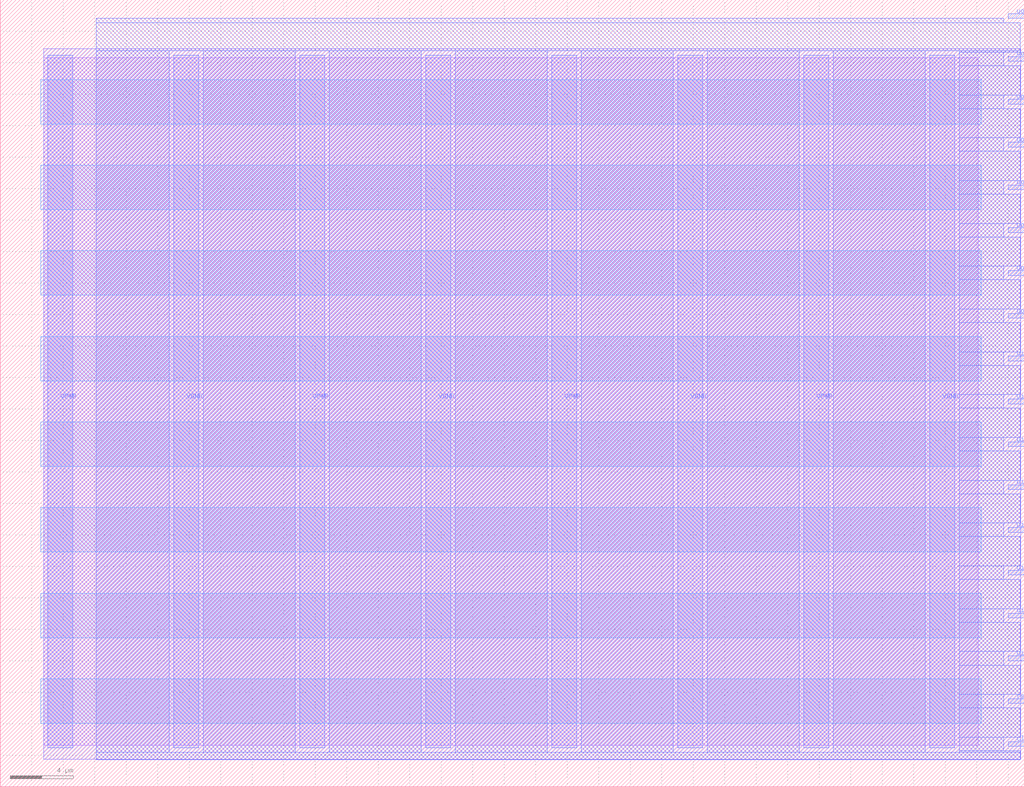
<source format=lef>
VERSION 5.7 ;
  NOWIREEXTENSIONATPIN ON ;
  DIVIDERCHAR "/" ;
  BUSBITCHARS "[]" ;
MACRO tt_um_htfab_micro_maze
  CLASS BLOCK ;
  FOREIGN tt_um_htfab_micro_maze ;
  ORIGIN 0.000 0.000 ;
  SIZE 65.000 BY 50.000 ;
  PIN VGND
    DIRECTION INOUT ;
    USE GROUND ;
    PORT
      LAYER met2 ;
        RECT 11.000 2.480 12.600 46.480 ;
    END
    PORT
      LAYER met2 ;
        RECT 27.000 2.480 28.600 46.480 ;
    END
    PORT
      LAYER met2 ;
        RECT 43.000 2.480 44.600 46.480 ;
    END
    PORT
      LAYER met2 ;
        RECT 59.000 2.480 60.600 46.480 ;
    END
  END VGND
  PIN VPWR
    DIRECTION INOUT ;
    USE POWER ;
    PORT
      LAYER met2 ;
        RECT 3.000 2.480 4.600 46.480 ;
    END
    PORT
      LAYER met2 ;
        RECT 19.000 2.480 20.600 46.480 ;
    END
    PORT
      LAYER met2 ;
        RECT 35.000 2.480 36.600 46.480 ;
    END
    PORT
      LAYER met2 ;
        RECT 51.000 2.480 52.600 46.480 ;
    END
  END VPWR
  PIN clk
    DIRECTION INPUT ;
    USE SIGNAL ;
    ANTENNAGATEAREA 0.852000 ;
    PORT
      LAYER met2 ;
        RECT 64.000 2.570 65.000 2.870 ;
    END
  END clk
  PIN rst_n
    DIRECTION INPUT ;
    USE SIGNAL ;
    ANTENNAGATEAREA 0.196500 ;
    PORT
      LAYER met2 ;
        RECT 64.000 5.290 65.000 5.590 ;
    END
  END rst_n
  PIN ui_in[0]
    DIRECTION INPUT ;
    USE SIGNAL ;
    ANTENNAGATEAREA 0.196500 ;
    PORT
      LAYER met2 ;
        RECT 64.000 8.010 65.000 8.310 ;
    END
  END ui_in[0]
  PIN ui_in[1]
    DIRECTION INPUT ;
    USE SIGNAL ;
    ANTENNAGATEAREA 0.196500 ;
    PORT
      LAYER met2 ;
        RECT 64.000 10.730 65.000 11.030 ;
    END
  END ui_in[1]
  PIN ui_in[2]
    DIRECTION INPUT ;
    USE SIGNAL ;
    ANTENNAGATEAREA 0.196500 ;
    PORT
      LAYER met2 ;
        RECT 64.000 13.450 65.000 13.750 ;
    END
  END ui_in[2]
  PIN ui_in[3]
    DIRECTION INPUT ;
    USE SIGNAL ;
    ANTENNAGATEAREA 0.196500 ;
    PORT
      LAYER met2 ;
        RECT 64.000 16.170 65.000 16.470 ;
    END
  END ui_in[3]
  PIN ui_in[4]
    DIRECTION INPUT ;
    USE SIGNAL ;
    PORT
      LAYER met2 ;
        RECT 64.000 18.890 65.000 19.190 ;
    END
  END ui_in[4]
  PIN ui_in[5]
    DIRECTION INPUT ;
    USE SIGNAL ;
    PORT
      LAYER met2 ;
        RECT 64.000 21.610 65.000 21.910 ;
    END
  END ui_in[5]
  PIN ui_in[6]
    DIRECTION INPUT ;
    USE SIGNAL ;
    PORT
      LAYER met2 ;
        RECT 64.000 24.330 65.000 24.630 ;
    END
  END ui_in[6]
  PIN ui_in[7]
    DIRECTION INPUT ;
    USE SIGNAL ;
    PORT
      LAYER met2 ;
        RECT 64.000 27.050 65.000 27.350 ;
    END
  END ui_in[7]
  PIN uo_out[0]
    DIRECTION OUTPUT ;
    USE SIGNAL ;
    ANTENNADIFFAREA 0.795200 ;
    PORT
      LAYER met2 ;
        RECT 64.000 29.770 65.000 30.070 ;
    END
  END uo_out[0]
  PIN uo_out[1]
    DIRECTION OUTPUT ;
    USE SIGNAL ;
    ANTENNADIFFAREA 0.445500 ;
    PORT
      LAYER met2 ;
        RECT 64.000 32.490 65.000 32.790 ;
    END
  END uo_out[1]
  PIN uo_out[2]
    DIRECTION OUTPUT ;
    USE SIGNAL ;
    ANTENNADIFFAREA 0.445500 ;
    PORT
      LAYER met2 ;
        RECT 64.000 35.210 65.000 35.510 ;
    END
  END uo_out[2]
  PIN uo_out[3]
    DIRECTION OUTPUT ;
    USE SIGNAL ;
    ANTENNADIFFAREA 0.445500 ;
    PORT
      LAYER met2 ;
        RECT 64.000 37.930 65.000 38.230 ;
    END
  END uo_out[3]
  PIN uo_out[4]
    DIRECTION OUTPUT ;
    USE SIGNAL ;
    ANTENNADIFFAREA 0.445500 ;
    PORT
      LAYER met2 ;
        RECT 64.000 40.650 65.000 40.950 ;
    END
  END uo_out[4]
  PIN uo_out[5]
    DIRECTION OUTPUT ;
    USE SIGNAL ;
    ANTENNADIFFAREA 0.445500 ;
    PORT
      LAYER met2 ;
        RECT 64.000 43.370 65.000 43.670 ;
    END
  END uo_out[5]
  PIN uo_out[6]
    DIRECTION OUTPUT ;
    USE SIGNAL ;
    ANTENNADIFFAREA 0.445500 ;
    PORT
      LAYER met2 ;
        RECT 64.000 46.090 65.000 46.390 ;
    END
  END uo_out[6]
  PIN uo_out[7]
    DIRECTION OUTPUT ;
    USE SIGNAL ;
    ANTENNADIFFAREA 0.795200 ;
    PORT
      LAYER met2 ;
        RECT 64.000 48.810 65.000 49.110 ;
    END
  END uo_out[7]
  OBS
      LAYER nwell ;
        RECT 2.570 42.105 62.290 44.935 ;
        RECT 2.570 36.665 62.290 39.495 ;
        RECT 2.570 31.225 62.290 34.055 ;
        RECT 2.570 25.785 62.290 28.615 ;
        RECT 2.570 20.345 62.290 23.175 ;
        RECT 2.570 14.905 62.290 17.735 ;
        RECT 2.570 9.465 62.290 12.295 ;
        RECT 2.570 4.025 62.290 6.855 ;
      LAYER li1 ;
        RECT 2.760 2.635 62.100 46.325 ;
      LAYER met1 ;
        RECT 2.760 1.740 64.790 46.880 ;
      LAYER met2 ;
        RECT 6.080 48.530 63.720 48.810 ;
        RECT 6.080 46.760 64.760 48.530 ;
        RECT 6.080 2.200 10.720 46.760 ;
        RECT 12.880 2.200 18.720 46.760 ;
        RECT 20.880 2.200 26.720 46.760 ;
        RECT 28.880 2.200 34.720 46.760 ;
        RECT 36.880 2.200 42.720 46.760 ;
        RECT 44.880 2.200 50.720 46.760 ;
        RECT 52.880 2.200 58.720 46.760 ;
        RECT 60.880 46.670 64.760 46.760 ;
        RECT 60.880 45.810 63.720 46.670 ;
        RECT 60.880 43.950 64.760 45.810 ;
        RECT 60.880 43.090 63.720 43.950 ;
        RECT 60.880 41.230 64.760 43.090 ;
        RECT 60.880 40.370 63.720 41.230 ;
        RECT 60.880 38.510 64.760 40.370 ;
        RECT 60.880 37.650 63.720 38.510 ;
        RECT 60.880 35.790 64.760 37.650 ;
        RECT 60.880 34.930 63.720 35.790 ;
        RECT 60.880 33.070 64.760 34.930 ;
        RECT 60.880 32.210 63.720 33.070 ;
        RECT 60.880 30.350 64.760 32.210 ;
        RECT 60.880 29.490 63.720 30.350 ;
        RECT 60.880 27.630 64.760 29.490 ;
        RECT 60.880 26.770 63.720 27.630 ;
        RECT 60.880 24.910 64.760 26.770 ;
        RECT 60.880 24.050 63.720 24.910 ;
        RECT 60.880 22.190 64.760 24.050 ;
        RECT 60.880 21.330 63.720 22.190 ;
        RECT 60.880 19.470 64.760 21.330 ;
        RECT 60.880 18.610 63.720 19.470 ;
        RECT 60.880 16.750 64.760 18.610 ;
        RECT 60.880 15.890 63.720 16.750 ;
        RECT 60.880 14.030 64.760 15.890 ;
        RECT 60.880 13.170 63.720 14.030 ;
        RECT 60.880 11.310 64.760 13.170 ;
        RECT 60.880 10.450 63.720 11.310 ;
        RECT 60.880 8.590 64.760 10.450 ;
        RECT 60.880 7.730 63.720 8.590 ;
        RECT 60.880 5.870 64.760 7.730 ;
        RECT 60.880 5.010 63.720 5.870 ;
        RECT 60.880 3.150 64.760 5.010 ;
        RECT 60.880 2.290 63.720 3.150 ;
        RECT 60.880 2.200 64.760 2.290 ;
        RECT 6.080 1.710 64.760 2.200 ;
  END
END tt_um_htfab_micro_maze
END LIBRARY


</source>
